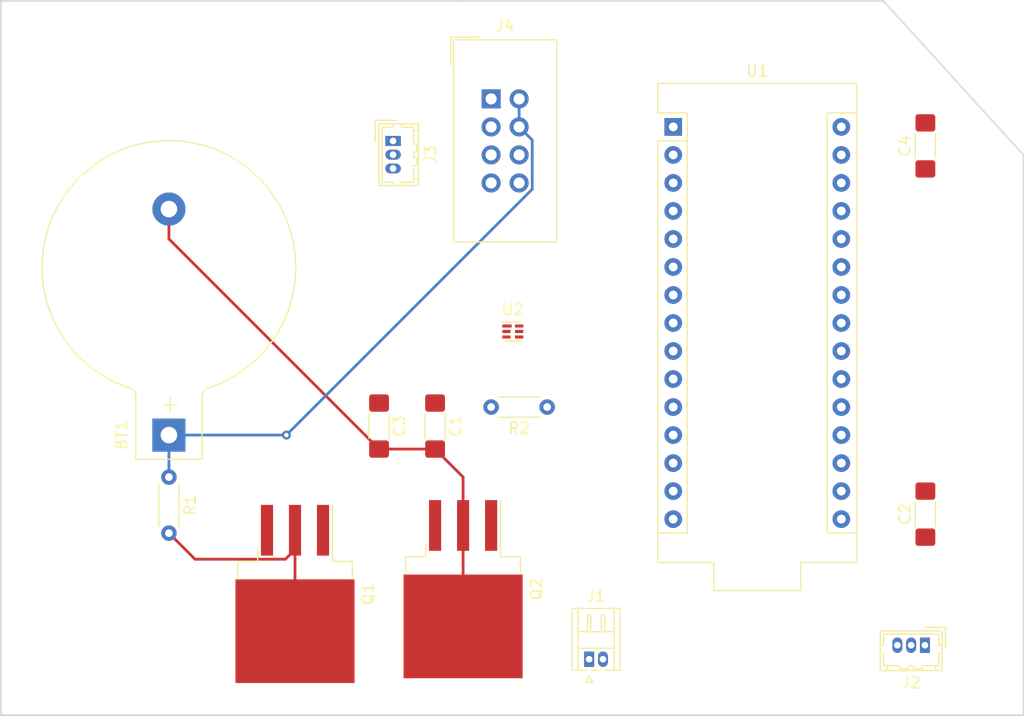
<source format=kicad_pcb>
(kicad_pcb (version 20171130) (host pcbnew "(5.0.0)")

  (general
    (thickness 1.6)
    (drawings 7)
    (tracks 20)
    (zones 0)
    (modules 15)
    (nets 40)
  )

  (page A4)
  (layers
    (0 F.Cu signal)
    (31 B.Cu signal)
    (32 B.Adhes user)
    (33 F.Adhes user)
    (34 B.Paste user)
    (35 F.Paste user)
    (36 B.SilkS user)
    (37 F.SilkS user)
    (38 B.Mask user)
    (39 F.Mask user)
    (40 Dwgs.User user)
    (41 Cmts.User user)
    (42 Eco1.User user)
    (43 Eco2.User user)
    (44 Edge.Cuts user)
    (45 Margin user)
    (46 B.CrtYd user)
    (47 F.CrtYd user)
    (48 B.Fab user)
    (49 F.Fab user)
  )

  (setup
    (last_trace_width 0.25)
    (trace_clearance 0.2)
    (zone_clearance 0.508)
    (zone_45_only no)
    (trace_min 0.2)
    (segment_width 0.2)
    (edge_width 0.15)
    (via_size 0.8)
    (via_drill 0.4)
    (via_min_size 0.4)
    (via_min_drill 0.3)
    (uvia_size 0.3)
    (uvia_drill 0.1)
    (uvias_allowed no)
    (uvia_min_size 0.2)
    (uvia_min_drill 0.1)
    (pcb_text_width 0.3)
    (pcb_text_size 1.5 1.5)
    (mod_edge_width 0.15)
    (mod_text_size 1 1)
    (mod_text_width 0.15)
    (pad_size 1.524 1.524)
    (pad_drill 0.762)
    (pad_to_mask_clearance 0.2)
    (aux_axis_origin 0 0)
    (visible_elements FFFFFF7F)
    (pcbplotparams
      (layerselection 0x010fc_ffffffff)
      (usegerberextensions false)
      (usegerberattributes false)
      (usegerberadvancedattributes false)
      (creategerberjobfile false)
      (excludeedgelayer true)
      (linewidth 0.100000)
      (plotframeref false)
      (viasonmask false)
      (mode 1)
      (useauxorigin false)
      (hpglpennumber 1)
      (hpglpenspeed 20)
      (hpglpendiameter 15.000000)
      (psnegative false)
      (psa4output false)
      (plotreference true)
      (plotvalue true)
      (plotinvisibletext false)
      (padsonsilk false)
      (subtractmaskfromsilk false)
      (outputformat 1)
      (mirror false)
      (drillshape 1)
      (scaleselection 1)
      (outputdirectory ""))
  )

  (net 0 "")
  (net 1 "Net-(U1-Pad18)")
  (net 2 "Net-(U1-Pad3)")
  (net 3 "Net-(U1-Pad19)")
  (net 4 "Net-(U1-Pad5)")
  (net 5 "Net-(U1-Pad21)")
  (net 6 "Net-(U1-Pad6)")
  (net 7 "Net-(U1-Pad22)")
  (net 8 "Net-(U1-Pad7)")
  (net 9 "Net-(U1-Pad23)")
  (net 10 "Net-(U1-Pad8)")
  (net 11 "Net-(U1-Pad24)")
  (net 12 "Net-(U1-Pad9)")
  (net 13 "Net-(U1-Pad25)")
  (net 14 "Net-(U1-Pad10)")
  (net 15 "Net-(U1-Pad26)")
  (net 16 "Net-(U1-Pad11)")
  (net 17 "Net-(U1-Pad27)")
  (net 18 "Net-(U1-Pad12)")
  (net 19 "Net-(U1-Pad28)")
  (net 20 "Net-(U1-Pad13)")
  (net 21 "Net-(U1-Pad14)")
  (net 22 "Net-(U1-Pad15)")
  (net 23 "Net-(U1-Pad16)")
  (net 24 Earth)
  (net 25 3v3)
  (net 26 "Net-(C1-Pad1)")
  (net 27 sIn_1)
  (net 28 sIn_2)
  (net 29 s)
  (net 30 gp2)
  (net 31 gp0)
  (net 32 rst)
  (net 33 txd)
  (net 34 rxd)
  (net 35 "Net-(Q1-Pad1)")
  (net 36 "Net-(Q1-Pad2)")
  (net 37 "Net-(Q1-Pad3)")
  (net 38 "Net-(Q2-Pad3)")
  (net 39 "Net-(U2-Pad1)")

  (net_class Default "This is the default net class."
    (clearance 0.2)
    (trace_width 0.25)
    (via_dia 0.8)
    (via_drill 0.4)
    (uvia_dia 0.3)
    (uvia_drill 0.1)
    (add_net 3v3)
    (add_net Earth)
    (add_net "Net-(C1-Pad1)")
    (add_net "Net-(Q1-Pad1)")
    (add_net "Net-(Q1-Pad2)")
    (add_net "Net-(Q1-Pad3)")
    (add_net "Net-(Q2-Pad3)")
    (add_net "Net-(U1-Pad10)")
    (add_net "Net-(U1-Pad11)")
    (add_net "Net-(U1-Pad12)")
    (add_net "Net-(U1-Pad13)")
    (add_net "Net-(U1-Pad14)")
    (add_net "Net-(U1-Pad15)")
    (add_net "Net-(U1-Pad16)")
    (add_net "Net-(U1-Pad18)")
    (add_net "Net-(U1-Pad19)")
    (add_net "Net-(U1-Pad21)")
    (add_net "Net-(U1-Pad22)")
    (add_net "Net-(U1-Pad23)")
    (add_net "Net-(U1-Pad24)")
    (add_net "Net-(U1-Pad25)")
    (add_net "Net-(U1-Pad26)")
    (add_net "Net-(U1-Pad27)")
    (add_net "Net-(U1-Pad28)")
    (add_net "Net-(U1-Pad3)")
    (add_net "Net-(U1-Pad5)")
    (add_net "Net-(U1-Pad6)")
    (add_net "Net-(U1-Pad7)")
    (add_net "Net-(U1-Pad8)")
    (add_net "Net-(U1-Pad9)")
    (add_net "Net-(U2-Pad1)")
    (add_net gp0)
    (add_net gp2)
    (add_net rst)
    (add_net rxd)
    (add_net s)
    (add_net sIn_1)
    (add_net sIn_2)
    (add_net txd)
  )

  (module Arduino:Arduino_Nano_Every (layer F.Cu) (tedit 5FA0E9AA) (tstamp 6426287F)
    (at 133.35 73.66)
    (descr "Arduino Nano Every")
    (tags "Arduino Nano Every")
    (path /6419DD67)
    (fp_text reference U1 (at 7.62 -5.08) (layer F.SilkS)
      (effects (font (size 1 1) (thickness 0.15)))
    )
    (fp_text value Arduino_Nano_Every (at 8.89 19.05 90) (layer F.Fab)
      (effects (font (size 1 1) (thickness 0.15)))
    )
    (fp_text user %R (at 6.35 19.05 90) (layer F.Fab)
      (effects (font (size 1 1) (thickness 0.15)))
    )
    (fp_line (start 1.27 1.27) (end 1.27 -1.27) (layer F.SilkS) (width 0.12))
    (fp_line (start 1.27 -1.27) (end -1.397 -1.27) (layer F.SilkS) (width 0.12))
    (fp_line (start -1.397 1.27) (end -1.397 39.497) (layer F.SilkS) (width 0.12))
    (fp_line (start -1.397 -3.937) (end -1.397 -1.27) (layer F.SilkS) (width 0.12))
    (fp_line (start 13.97 -1.27) (end 16.64 -1.27) (layer F.SilkS) (width 0.12))
    (fp_line (start 13.97 -1.27) (end 13.97 36.83) (layer F.SilkS) (width 0.12))
    (fp_line (start 13.97 36.83) (end 16.64 36.83) (layer F.SilkS) (width 0.12))
    (fp_line (start 1.27 1.27) (end -1.397 1.27) (layer F.SilkS) (width 0.12))
    (fp_line (start 1.27 1.27) (end 1.27 36.83) (layer F.SilkS) (width 0.12))
    (fp_line (start 1.27 36.83) (end -1.4 36.83) (layer F.SilkS) (width 0.12))
    (fp_line (start 3.81 35.56) (end 11.43 35.56) (layer F.Fab) (width 0.1))
    (fp_line (start 11.43 35.56) (end 11.43 41.91) (layer F.Fab) (width 0.1))
    (fp_line (start 11.43 41.91) (end 3.81 41.91) (layer F.Fab) (width 0.1))
    (fp_line (start 3.81 41.91) (end 3.81 35.56) (layer F.Fab) (width 0.1))
    (fp_line (start -1.397 39.497) (end 3.683 39.497) (layer F.SilkS) (width 0.12))
    (fp_line (start 16.637 39.497) (end 16.637 -3.937) (layer F.SilkS) (width 0.12))
    (fp_line (start 16.637 -3.937) (end -1.397 -3.937) (layer F.SilkS) (width 0.12))
    (fp_line (start 16.51 39.37) (end -1.27 39.37) (layer F.Fab) (width 0.1))
    (fp_line (start -1.27 39.37) (end -1.27 -2.54) (layer F.Fab) (width 0.1))
    (fp_line (start -1.27 -2.54) (end 0 -3.81) (layer F.Fab) (width 0.1))
    (fp_line (start 0 -3.81) (end 16.51 -3.81) (layer F.Fab) (width 0.1))
    (fp_line (start 16.51 -3.81) (end 16.51 39.37) (layer F.Fab) (width 0.1))
    (fp_line (start -1.524 -4.064) (end 16.764 -4.064) (layer F.CrtYd) (width 0.05))
    (fp_line (start -1.524 -4.064) (end -1.524 42.164) (layer F.CrtYd) (width 0.05))
    (fp_line (start 16.764 42.164) (end 16.764 -4.064) (layer F.CrtYd) (width 0.05))
    (fp_line (start 16.764 42.164) (end -1.524 42.164) (layer F.CrtYd) (width 0.05))
    (fp_line (start 3.683 42.037) (end 3.683 39.497) (layer F.SilkS) (width 0.12))
    (fp_line (start 11.557 39.497) (end 16.637 39.497) (layer F.SilkS) (width 0.12))
    (fp_line (start 11.557 42.037) (end 11.557 39.497) (layer F.SilkS) (width 0.12))
    (fp_line (start 3.683 42.037) (end 11.557 42.037) (layer F.SilkS) (width 0.12))
    (pad 1 thru_hole rect (at 0 0) (size 1.6 1.6) (drill 0.8) (layers *.Cu *.Mask)
      (net 33 txd))
    (pad 17 thru_hole oval (at 15.24 33.02) (size 1.6 1.6) (drill 0.8) (layers *.Cu *.Mask)
      (net 25 3v3))
    (pad 2 thru_hole oval (at 0 2.54) (size 1.6 1.6) (drill 0.8) (layers *.Cu *.Mask)
      (net 34 rxd))
    (pad 18 thru_hole oval (at 15.24 30.48) (size 1.6 1.6) (drill 0.8) (layers *.Cu *.Mask)
      (net 1 "Net-(U1-Pad18)"))
    (pad 3 thru_hole oval (at 0 5.08) (size 1.6 1.6) (drill 0.8) (layers *.Cu *.Mask)
      (net 2 "Net-(U1-Pad3)"))
    (pad 19 thru_hole oval (at 15.24 27.94) (size 1.6 1.6) (drill 0.8) (layers *.Cu *.Mask)
      (net 3 "Net-(U1-Pad19)"))
    (pad 4 thru_hole oval (at 0 7.62) (size 1.6 1.6) (drill 0.8) (layers *.Cu *.Mask)
      (net 24 Earth))
    (pad 20 thru_hole oval (at 15.24 25.4) (size 1.6 1.6) (drill 0.8) (layers *.Cu *.Mask)
      (net 29 s))
    (pad 5 thru_hole oval (at 0 10.16) (size 1.6 1.6) (drill 0.8) (layers *.Cu *.Mask)
      (net 4 "Net-(U1-Pad5)"))
    (pad 21 thru_hole oval (at 15.24 22.86) (size 1.6 1.6) (drill 0.8) (layers *.Cu *.Mask)
      (net 5 "Net-(U1-Pad21)"))
    (pad 6 thru_hole oval (at 0 12.7) (size 1.6 1.6) (drill 0.8) (layers *.Cu *.Mask)
      (net 6 "Net-(U1-Pad6)"))
    (pad 22 thru_hole oval (at 15.24 20.32) (size 1.6 1.6) (drill 0.8) (layers *.Cu *.Mask)
      (net 7 "Net-(U1-Pad22)"))
    (pad 7 thru_hole oval (at 0 15.24) (size 1.6 1.6) (drill 0.8) (layers *.Cu *.Mask)
      (net 8 "Net-(U1-Pad7)"))
    (pad 23 thru_hole oval (at 15.24 17.78) (size 1.6 1.6) (drill 0.8) (layers *.Cu *.Mask)
      (net 9 "Net-(U1-Pad23)"))
    (pad 8 thru_hole oval (at 0 17.78) (size 1.6 1.6) (drill 0.8) (layers *.Cu *.Mask)
      (net 10 "Net-(U1-Pad8)"))
    (pad 24 thru_hole oval (at 15.24 15.24) (size 1.6 1.6) (drill 0.8) (layers *.Cu *.Mask)
      (net 11 "Net-(U1-Pad24)"))
    (pad 9 thru_hole oval (at 0 20.32) (size 1.6 1.6) (drill 0.8) (layers *.Cu *.Mask)
      (net 12 "Net-(U1-Pad9)"))
    (pad 25 thru_hole oval (at 15.24 12.7) (size 1.6 1.6) (drill 0.8) (layers *.Cu *.Mask)
      (net 13 "Net-(U1-Pad25)"))
    (pad 10 thru_hole oval (at 0 22.86) (size 1.6 1.6) (drill 0.8) (layers *.Cu *.Mask)
      (net 14 "Net-(U1-Pad10)"))
    (pad 26 thru_hole oval (at 15.24 10.16) (size 1.6 1.6) (drill 0.8) (layers *.Cu *.Mask)
      (net 15 "Net-(U1-Pad26)"))
    (pad 11 thru_hole oval (at 0 25.4) (size 1.6 1.6) (drill 0.8) (layers *.Cu *.Mask)
      (net 16 "Net-(U1-Pad11)"))
    (pad 27 thru_hole oval (at 15.24 7.62) (size 1.6 1.6) (drill 0.8) (layers *.Cu *.Mask)
      (net 17 "Net-(U1-Pad27)"))
    (pad 12 thru_hole oval (at 0 27.94) (size 1.6 1.6) (drill 0.8) (layers *.Cu *.Mask)
      (net 18 "Net-(U1-Pad12)"))
    (pad 28 thru_hole oval (at 15.24 5.08) (size 1.6 1.6) (drill 0.8) (layers *.Cu *.Mask)
      (net 19 "Net-(U1-Pad28)"))
    (pad 13 thru_hole oval (at 0 30.48) (size 1.6 1.6) (drill 0.8) (layers *.Cu *.Mask)
      (net 20 "Net-(U1-Pad13)"))
    (pad 29 thru_hole oval (at 15.24 2.54) (size 1.6 1.6) (drill 0.8) (layers *.Cu *.Mask)
      (net 24 Earth))
    (pad 14 thru_hole oval (at 0 33.02) (size 1.6 1.6) (drill 0.8) (layers *.Cu *.Mask)
      (net 21 "Net-(U1-Pad14)"))
    (pad 30 thru_hole oval (at 15.24 0) (size 1.6 1.6) (drill 0.8) (layers *.Cu *.Mask)
      (net 25 3v3))
    (pad 15 thru_hole oval (at 0 35.56) (size 1.6 1.6) (drill 0.8) (layers *.Cu *.Mask)
      (net 22 "Net-(U1-Pad15)"))
    (pad 16 thru_hole oval (at 15.24 35.56) (size 1.6 1.6) (drill 0.8) (layers *.Cu *.Mask)
      (net 23 "Net-(U1-Pad16)"))
    (model ${KISYS3DMOD}/Module.3dshapes/Arduino_Nano_WithMountingHoles.wrl
      (at (xyz 0 0 0))
      (scale (xyz 1 1 1))
      (rotate (xyz 0 0 0))
    )
    (model ${LOCALREPO}/kicad-lib-arduino/Arduino.3dshapes/arduino_nano_every.x3d
      (at (xyz 0 0 0))
      (scale (xyz 1 1 1))
      (rotate (xyz 0 0 0))
    )
    (model ${KICAD_TEMPLATE_DIR}/kicad-lib-arduino-main/Arduino.3dshapes/arduino_nano_every.x3d
      (at (xyz 0 0 0))
      (scale (xyz 1 1 1))
      (rotate (xyz 0 0 0))
    )
  )

  (module Battery:BatteryHolder_Keystone_103_1x20mm (layer F.Cu) (tedit 5787C32C) (tstamp 64262DF4)
    (at 87.63 101.6 90)
    (descr http://www.keyelco.com/product-pdf.cfm?p=719)
    (tags "Keystone type 103 battery holder")
    (path /6419E29A)
    (fp_text reference BT1 (at 0 -4.3 90) (layer F.SilkS)
      (effects (font (size 1 1) (thickness 0.15)))
    )
    (fp_text value Battery_Cell (at 15 13 90) (layer F.Fab)
      (effects (font (size 1 1) (thickness 0.15)))
    )
    (fp_text user + (at 2.75 0 90) (layer F.SilkS)
      (effects (font (size 1.5 1.5) (thickness 0.15)))
    )
    (fp_text user %R (at 0 0 90) (layer F.Fab)
      (effects (font (size 1 1) (thickness 0.15)))
    )
    (fp_arc (start 15.2 0) (end 4.01 3.6) (angle -162.5) (layer F.CrtYd) (width 0.05))
    (fp_arc (start 15.2 0) (end 4.01 -3.6) (angle 162.5) (layer F.CrtYd) (width 0.05))
    (fp_arc (start 3.5 3.8) (end 3.5 3.25) (angle 70) (layer F.CrtYd) (width 0.05))
    (fp_arc (start 3.5 -3.8) (end 3.5 -3.25) (angle -70) (layer F.CrtYd) (width 0.05))
    (fp_arc (start 15.2 0) (end 4.25 3.5) (angle -162.5) (layer F.SilkS) (width 0.12))
    (fp_arc (start 3.5 3.8) (end 3.5 3) (angle 70) (layer F.SilkS) (width 0.12))
    (fp_arc (start 15.2 0) (end 4.25 -3.5) (angle 162.5) (layer F.SilkS) (width 0.12))
    (fp_arc (start 3.5 -3.8) (end 3.5 -3) (angle -70) (layer F.SilkS) (width 0.12))
    (fp_arc (start 3.5 3.8) (end 3.5 2.9) (angle 70) (layer F.Fab) (width 0.1))
    (fp_arc (start 15.2 0) (end 4.35 3.5) (angle -162.5) (layer F.Fab) (width 0.1))
    (fp_arc (start 15.2 0) (end 4.35 -3.5) (angle 162.5) (layer F.Fab) (width 0.1))
    (fp_arc (start 15.2 0) (end 5.2 1.3) (angle -180) (layer F.Fab) (width 0.1))
    (fp_line (start -2.45 -3.25) (end 3.5 -3.25) (layer F.CrtYd) (width 0.05))
    (fp_line (start -2.45 3.25) (end 3.5 3.25) (layer F.CrtYd) (width 0.05))
    (fp_line (start -2.45 3.25) (end -2.45 -3.25) (layer F.CrtYd) (width 0.05))
    (fp_line (start -2.2 -3) (end 3.5 -3) (layer F.SilkS) (width 0.12))
    (fp_line (start -2.2 3) (end -2.2 -3) (layer F.SilkS) (width 0.12))
    (fp_line (start -2.2 3) (end 3.5 3) (layer F.SilkS) (width 0.12))
    (fp_arc (start 15.2 0) (end 9 1.3) (angle -170) (layer F.Fab) (width 0.1))
    (fp_arc (start 15.2 0) (end 13.3 1.3) (angle -150) (layer F.Fab) (width 0.1))
    (fp_line (start 23.5712 7.7216) (end 22.6568 6.8834) (layer F.Fab) (width 0.1))
    (fp_line (start 23.5712 -7.7216) (end 22.6314 -6.858) (layer F.Fab) (width 0.1))
    (fp_arc (start 15.2 0) (end 13.3 -1.3) (angle 150) (layer F.Fab) (width 0.1))
    (fp_arc (start 15.2 0) (end 9 -1.3) (angle 170) (layer F.Fab) (width 0.1))
    (fp_arc (start 15.2 0) (end 5.2 -1.3) (angle 180) (layer F.Fab) (width 0.1))
    (fp_line (start 3.5306 -2.9) (end -1.7 -2.9) (layer F.Fab) (width 0.1))
    (fp_line (start -1.7 2.9) (end 3.5306 2.9) (layer F.Fab) (width 0.1))
    (fp_line (start -2.1 -2.5) (end -2.1 2.5) (layer F.Fab) (width 0.1))
    (fp_line (start 0 1.3) (end 16.2 1.3) (layer F.Fab) (width 0.1))
    (fp_line (start 16.2 -1.3) (end 0 -1.3) (layer F.Fab) (width 0.1))
    (fp_arc (start 3.5 -3.8) (end 3.5 -2.9) (angle -70) (layer F.Fab) (width 0.1))
    (fp_arc (start 16.2 0) (end 16.2 -1.3) (angle 180) (layer F.Fab) (width 0.1))
    (fp_line (start 0 -1.3) (end 0 1.3) (layer F.Fab) (width 0.1))
    (fp_arc (start -1.7 2.5) (end -2.1 2.5) (angle -90) (layer F.Fab) (width 0.1))
    (fp_arc (start -1.7 -2.5) (end -2.1 -2.5) (angle 90) (layer F.Fab) (width 0.1))
    (pad 2 thru_hole circle (at 20.49 0 90) (size 3 3) (drill 1.5) (layers *.Cu *.Mask)
      (net 24 Earth))
    (pad 1 thru_hole rect (at 0 0 90) (size 3 3) (drill 1.5) (layers *.Cu *.Mask)
      (net 25 3v3))
    (model ${KISYS3DMOD}/Battery.3dshapes/BatteryHolder_Keystone_103_1x20mm.wrl
      (at (xyz 0 0 0))
      (scale (xyz 1 1 1))
      (rotate (xyz 0 0 0))
    )
  )

  (module Capacitor_SMD:C_1806_4516Metric_Pad1.57x1.80mm_HandSolder (layer F.Cu) (tedit 5B301BBE) (tstamp 64262E05)
    (at 111.76 100.7825 270)
    (descr "Capacitor SMD 1806 (4516 Metric), square (rectangular) end terminal, IPC_7351 nominal with elongated pad for handsoldering. (Body size source: https://www.modelithics.com/models/Vendor/MuRata/BLM41P.pdf), generated with kicad-footprint-generator")
    (tags "capacitor handsolder")
    (path /6419EE34)
    (attr smd)
    (fp_text reference C1 (at 0 -1.85 270) (layer F.SilkS)
      (effects (font (size 1 1) (thickness 0.15)))
    )
    (fp_text value 0u1 (at 0 1.85 270) (layer F.Fab)
      (effects (font (size 1 1) (thickness 0.15)))
    )
    (fp_line (start -2.25 0.8) (end -2.25 -0.8) (layer F.Fab) (width 0.1))
    (fp_line (start -2.25 -0.8) (end 2.25 -0.8) (layer F.Fab) (width 0.1))
    (fp_line (start 2.25 -0.8) (end 2.25 0.8) (layer F.Fab) (width 0.1))
    (fp_line (start 2.25 0.8) (end -2.25 0.8) (layer F.Fab) (width 0.1))
    (fp_line (start -1.111252 -0.91) (end 1.111252 -0.91) (layer F.SilkS) (width 0.12))
    (fp_line (start -1.111252 0.91) (end 1.111252 0.91) (layer F.SilkS) (width 0.12))
    (fp_line (start -3.12 1.15) (end -3.12 -1.15) (layer F.CrtYd) (width 0.05))
    (fp_line (start -3.12 -1.15) (end 3.12 -1.15) (layer F.CrtYd) (width 0.05))
    (fp_line (start 3.12 -1.15) (end 3.12 1.15) (layer F.CrtYd) (width 0.05))
    (fp_line (start 3.12 1.15) (end -3.12 1.15) (layer F.CrtYd) (width 0.05))
    (fp_text user %R (at 0 0 270) (layer F.Fab)
      (effects (font (size 1 1) (thickness 0.15)))
    )
    (pad 1 smd roundrect (at -2.0875 0 270) (size 1.575 1.8) (layers F.Cu F.Paste F.Mask) (roundrect_rratio 0.15873)
      (net 26 "Net-(C1-Pad1)"))
    (pad 2 smd roundrect (at 2.0875 0 270) (size 1.575 1.8) (layers F.Cu F.Paste F.Mask) (roundrect_rratio 0.15873)
      (net 24 Earth))
    (model ${KISYS3DMOD}/Capacitor_SMD.3dshapes/C_1806_4516Metric.wrl
      (at (xyz 0 0 0))
      (scale (xyz 1 1 1))
      (rotate (xyz 0 0 0))
    )
  )

  (module Capacitor_SMD:C_1806_4516Metric_Pad1.57x1.80mm_HandSolder (layer F.Cu) (tedit 5B301BBE) (tstamp 64262E16)
    (at 156.21 108.7675 90)
    (descr "Capacitor SMD 1806 (4516 Metric), square (rectangular) end terminal, IPC_7351 nominal with elongated pad for handsoldering. (Body size source: https://www.modelithics.com/models/Vendor/MuRata/BLM41P.pdf), generated with kicad-footprint-generator")
    (tags "capacitor handsolder")
    (path /641A26AE)
    (attr smd)
    (fp_text reference C2 (at 0 -1.85 90) (layer F.SilkS)
      (effects (font (size 1 1) (thickness 0.15)))
    )
    (fp_text value 0u1 (at 0 1.85 90) (layer F.Fab)
      (effects (font (size 1 1) (thickness 0.15)))
    )
    (fp_line (start -2.25 0.8) (end -2.25 -0.8) (layer F.Fab) (width 0.1))
    (fp_line (start -2.25 -0.8) (end 2.25 -0.8) (layer F.Fab) (width 0.1))
    (fp_line (start 2.25 -0.8) (end 2.25 0.8) (layer F.Fab) (width 0.1))
    (fp_line (start 2.25 0.8) (end -2.25 0.8) (layer F.Fab) (width 0.1))
    (fp_line (start -1.111252 -0.91) (end 1.111252 -0.91) (layer F.SilkS) (width 0.12))
    (fp_line (start -1.111252 0.91) (end 1.111252 0.91) (layer F.SilkS) (width 0.12))
    (fp_line (start -3.12 1.15) (end -3.12 -1.15) (layer F.CrtYd) (width 0.05))
    (fp_line (start -3.12 -1.15) (end 3.12 -1.15) (layer F.CrtYd) (width 0.05))
    (fp_line (start 3.12 -1.15) (end 3.12 1.15) (layer F.CrtYd) (width 0.05))
    (fp_line (start 3.12 1.15) (end -3.12 1.15) (layer F.CrtYd) (width 0.05))
    (fp_text user %R (at 0 0 90) (layer F.Fab)
      (effects (font (size 1 1) (thickness 0.15)))
    )
    (pad 1 smd roundrect (at -2.0875 0 90) (size 1.575 1.8) (layers F.Cu F.Paste F.Mask) (roundrect_rratio 0.15873)
      (net 24 Earth))
    (pad 2 smd roundrect (at 2.0875 0 90) (size 1.575 1.8) (layers F.Cu F.Paste F.Mask) (roundrect_rratio 0.15873)
      (net 25 3v3))
    (model ${KISYS3DMOD}/Capacitor_SMD.3dshapes/C_1806_4516Metric.wrl
      (at (xyz 0 0 0))
      (scale (xyz 1 1 1))
      (rotate (xyz 0 0 0))
    )
  )

  (module Capacitor_SMD:C_1806_4516Metric_Pad1.57x1.80mm_HandSolder (layer F.Cu) (tedit 5B301BBE) (tstamp 64262E27)
    (at 106.68 100.7825 270)
    (descr "Capacitor SMD 1806 (4516 Metric), square (rectangular) end terminal, IPC_7351 nominal with elongated pad for handsoldering. (Body size source: https://www.modelithics.com/models/Vendor/MuRata/BLM41P.pdf), generated with kicad-footprint-generator")
    (tags "capacitor handsolder")
    (path /641A1EAA)
    (attr smd)
    (fp_text reference C3 (at 0 -1.85 270) (layer F.SilkS)
      (effects (font (size 1 1) (thickness 0.15)))
    )
    (fp_text value 0u1 (at 0 1.85 270) (layer F.Fab)
      (effects (font (size 1 1) (thickness 0.15)))
    )
    (fp_text user %R (at 0 0 270) (layer F.Fab)
      (effects (font (size 1 1) (thickness 0.15)))
    )
    (fp_line (start 3.12 1.15) (end -3.12 1.15) (layer F.CrtYd) (width 0.05))
    (fp_line (start 3.12 -1.15) (end 3.12 1.15) (layer F.CrtYd) (width 0.05))
    (fp_line (start -3.12 -1.15) (end 3.12 -1.15) (layer F.CrtYd) (width 0.05))
    (fp_line (start -3.12 1.15) (end -3.12 -1.15) (layer F.CrtYd) (width 0.05))
    (fp_line (start -1.111252 0.91) (end 1.111252 0.91) (layer F.SilkS) (width 0.12))
    (fp_line (start -1.111252 -0.91) (end 1.111252 -0.91) (layer F.SilkS) (width 0.12))
    (fp_line (start 2.25 0.8) (end -2.25 0.8) (layer F.Fab) (width 0.1))
    (fp_line (start 2.25 -0.8) (end 2.25 0.8) (layer F.Fab) (width 0.1))
    (fp_line (start -2.25 -0.8) (end 2.25 -0.8) (layer F.Fab) (width 0.1))
    (fp_line (start -2.25 0.8) (end -2.25 -0.8) (layer F.Fab) (width 0.1))
    (pad 2 smd roundrect (at 2.0875 0 270) (size 1.575 1.8) (layers F.Cu F.Paste F.Mask) (roundrect_rratio 0.15873)
      (net 24 Earth))
    (pad 1 smd roundrect (at -2.0875 0 270) (size 1.575 1.8) (layers F.Cu F.Paste F.Mask) (roundrect_rratio 0.15873)
      (net 25 3v3))
    (model ${KISYS3DMOD}/Capacitor_SMD.3dshapes/C_1806_4516Metric.wrl
      (at (xyz 0 0 0))
      (scale (xyz 1 1 1))
      (rotate (xyz 0 0 0))
    )
  )

  (module Capacitor_SMD:C_1806_4516Metric_Pad1.57x1.80mm_HandSolder (layer F.Cu) (tedit 5B301BBE) (tstamp 64262E38)
    (at 156.21 75.3825 90)
    (descr "Capacitor SMD 1806 (4516 Metric), square (rectangular) end terminal, IPC_7351 nominal with elongated pad for handsoldering. (Body size source: https://www.modelithics.com/models/Vendor/MuRata/BLM41P.pdf), generated with kicad-footprint-generator")
    (tags "capacitor handsolder")
    (path /641A2BA6)
    (attr smd)
    (fp_text reference C4 (at 0 -1.85 90) (layer F.SilkS)
      (effects (font (size 1 1) (thickness 0.15)))
    )
    (fp_text value 0u1 (at 0 1.85 90) (layer F.Fab)
      (effects (font (size 1 1) (thickness 0.15)))
    )
    (fp_text user %R (at 0 0 90) (layer F.Fab)
      (effects (font (size 1 1) (thickness 0.15)))
    )
    (fp_line (start 3.12 1.15) (end -3.12 1.15) (layer F.CrtYd) (width 0.05))
    (fp_line (start 3.12 -1.15) (end 3.12 1.15) (layer F.CrtYd) (width 0.05))
    (fp_line (start -3.12 -1.15) (end 3.12 -1.15) (layer F.CrtYd) (width 0.05))
    (fp_line (start -3.12 1.15) (end -3.12 -1.15) (layer F.CrtYd) (width 0.05))
    (fp_line (start -1.111252 0.91) (end 1.111252 0.91) (layer F.SilkS) (width 0.12))
    (fp_line (start -1.111252 -0.91) (end 1.111252 -0.91) (layer F.SilkS) (width 0.12))
    (fp_line (start 2.25 0.8) (end -2.25 0.8) (layer F.Fab) (width 0.1))
    (fp_line (start 2.25 -0.8) (end 2.25 0.8) (layer F.Fab) (width 0.1))
    (fp_line (start -2.25 -0.8) (end 2.25 -0.8) (layer F.Fab) (width 0.1))
    (fp_line (start -2.25 0.8) (end -2.25 -0.8) (layer F.Fab) (width 0.1))
    (pad 2 smd roundrect (at 2.0875 0 90) (size 1.575 1.8) (layers F.Cu F.Paste F.Mask) (roundrect_rratio 0.15873)
      (net 25 3v3))
    (pad 1 smd roundrect (at -2.0875 0 90) (size 1.575 1.8) (layers F.Cu F.Paste F.Mask) (roundrect_rratio 0.15873)
      (net 24 Earth))
    (model ${KISYS3DMOD}/Capacitor_SMD.3dshapes/C_1806_4516Metric.wrl
      (at (xyz 0 0 0))
      (scale (xyz 1 1 1))
      (rotate (xyz 0 0 0))
    )
  )

  (module Connector_Hirose:Hirose_DF13-02P-1.25DS_1x02_P1.25mm_Horizontal (layer F.Cu) (tedit 5A1C63E0) (tstamp 64262E66)
    (at 125.73 121.92)
    (descr "Molex DF13 through hole, DF13-02P-1.25DS, 2 Pins per row (https://www.hirose.com/product/en/products/DF13/DF13-4P-1.25DS%2820%29/), generated with kicad-footprint-generator")
    (tags "connector Hirose  top entry")
    (path /641A1B05)
    (fp_text reference J1 (at 0.62 -5.7) (layer F.SilkS)
      (effects (font (size 1 1) (thickness 0.15)))
    )
    (fp_text value Conn_01x02 (at 0.62 2.1) (layer F.Fab)
      (effects (font (size 1 1) (thickness 0.15)))
    )
    (fp_line (start -1.45 -4.5) (end -1.45 0.9) (layer F.Fab) (width 0.1))
    (fp_line (start -1.45 0.9) (end 2.7 0.9) (layer F.Fab) (width 0.1))
    (fp_line (start 2.7 0.9) (end 2.7 -4.5) (layer F.Fab) (width 0.1))
    (fp_line (start 2.7 -4.5) (end -1.45 -4.5) (layer F.Fab) (width 0.1))
    (fp_line (start -0.25 0.96) (end -0.25 1.01) (layer F.SilkS) (width 0.12))
    (fp_line (start -0.25 1.01) (end -1.56 1.01) (layer F.SilkS) (width 0.12))
    (fp_line (start -1.56 1.01) (end -1.56 -4.61) (layer F.SilkS) (width 0.12))
    (fp_line (start -1.56 -4.61) (end 2.81 -4.61) (layer F.SilkS) (width 0.12))
    (fp_line (start 2.81 -4.61) (end 2.81 1.01) (layer F.SilkS) (width 0.12))
    (fp_line (start 2.81 1.01) (end 1.5 1.01) (layer F.SilkS) (width 0.12))
    (fp_line (start 1.5 1.01) (end 1.5 0.96) (layer F.SilkS) (width 0.12))
    (fp_line (start -1.01 -2.5) (end 2.26 -2.5) (layer F.SilkS) (width 0.12))
    (fp_line (start -1.01 -1) (end 2.26 -1) (layer F.SilkS) (width 0.12))
    (fp_line (start -1.01 -4.61) (end -1.01 1.01) (layer F.SilkS) (width 0.12))
    (fp_line (start 2.26 -4.61) (end 2.26 1.01) (layer F.SilkS) (width 0.12))
    (fp_line (start 0 -2.5) (end -0.15 -2.5) (layer F.SilkS) (width 0.12))
    (fp_line (start -0.15 -2.5) (end -0.15 -3.9625) (layer F.SilkS) (width 0.12))
    (fp_line (start -0.15 -3.9625) (end 0 -4) (layer F.SilkS) (width 0.12))
    (fp_line (start 0 -4) (end 0.15 -3.9625) (layer F.SilkS) (width 0.12))
    (fp_line (start 0.15 -3.9625) (end 0.15 -2.5) (layer F.SilkS) (width 0.12))
    (fp_line (start 0.15 -2.5) (end 0 -2.5) (layer F.SilkS) (width 0.12))
    (fp_line (start 1.25 -2.5) (end 1.1 -2.5) (layer F.SilkS) (width 0.12))
    (fp_line (start 1.1 -2.5) (end 1.1 -3.9625) (layer F.SilkS) (width 0.12))
    (fp_line (start 1.1 -3.9625) (end 1.25 -4) (layer F.SilkS) (width 0.12))
    (fp_line (start 1.25 -4) (end 1.4 -3.9625) (layer F.SilkS) (width 0.12))
    (fp_line (start 1.4 -3.9625) (end 1.4 -2.5) (layer F.SilkS) (width 0.12))
    (fp_line (start 1.4 -2.5) (end 1.25 -2.5) (layer F.SilkS) (width 0.12))
    (fp_line (start 0.25 0.96) (end 0.25 1.01) (layer F.SilkS) (width 0.12))
    (fp_line (start 0.25 1.01) (end 1 1.01) (layer F.SilkS) (width 0.12))
    (fp_line (start 1 1.01) (end 1 0.96) (layer F.SilkS) (width 0.12))
    (fp_line (start 0 1.5) (end -0.3 2.1) (layer F.SilkS) (width 0.12))
    (fp_line (start -0.3 2.1) (end 0.3 2.1) (layer F.SilkS) (width 0.12))
    (fp_line (start 0.3 2.1) (end 0 1.5) (layer F.SilkS) (width 0.12))
    (fp_line (start -0.5 0.9) (end 0 0.192893) (layer F.Fab) (width 0.1))
    (fp_line (start 0 0.192893) (end 0.5 0.9) (layer F.Fab) (width 0.1))
    (fp_line (start -1.95 -5) (end -1.95 1.4) (layer F.CrtYd) (width 0.05))
    (fp_line (start -1.95 1.4) (end 3.2 1.4) (layer F.CrtYd) (width 0.05))
    (fp_line (start 3.2 1.4) (end 3.2 -5) (layer F.CrtYd) (width 0.05))
    (fp_line (start 3.2 -5) (end -1.95 -5) (layer F.CrtYd) (width 0.05))
    (fp_text user %R (at 0.62 -3.8) (layer F.Fab)
      (effects (font (size 1 1) (thickness 0.15)))
    )
    (pad 1 thru_hole rect (at 0 0) (size 0.9 1.4) (drill 0.6) (layers *.Cu *.Mask)
      (net 27 sIn_1))
    (pad 2 thru_hole oval (at 1.25 0) (size 0.9 1.4) (drill 0.6) (layers *.Cu *.Mask)
      (net 28 sIn_2))
    (model ${KISYS3DMOD}/Connector_Hirose.3dshapes/Hirose_DF13-02P-1.25DS_1x02_P1.25mm_Horizontal.wrl
      (at (xyz 0 0 0))
      (scale (xyz 1 1 1))
      (rotate (xyz 0 0 0))
    )
  )

  (module Connector_Hirose:Hirose_DF13-03P-1.25DSA_1x03_P1.25mm_Vertical (layer F.Cu) (tedit 5A1C63DE) (tstamp 642634DC)
    (at 156.17 120.65 180)
    (descr "Molex DF13 through hole, DF13-03P-1.25DSA, 3 Pins per row (https://www.hirose.com/product/en/products/DF13/DF13-2P-1.25DSA%2850%29/), generated with kicad-footprint-generator")
    (tags "connector Hirose  side entry")
    (path /6419E042)
    (fp_text reference J2 (at 1.25 -3.4 180) (layer F.SilkS)
      (effects (font (size 1 1) (thickness 0.15)))
    )
    (fp_text value Conn_01x03_MountingPin (at 1.25 2.4 180) (layer F.Fab)
      (effects (font (size 1 1) (thickness 0.15)))
    )
    (fp_line (start -1.45 -2.2) (end -1.45 1.2) (layer F.Fab) (width 0.1))
    (fp_line (start -1.45 1.2) (end 3.95 1.2) (layer F.Fab) (width 0.1))
    (fp_line (start 3.95 1.2) (end 3.95 -2.2) (layer F.Fab) (width 0.1))
    (fp_line (start 3.95 -2.2) (end -1.45 -2.2) (layer F.Fab) (width 0.1))
    (fp_line (start -1.55 -2.3) (end -1.55 1.3) (layer F.SilkS) (width 0.12))
    (fp_line (start -1.55 1.3) (end 4.05 1.3) (layer F.SilkS) (width 0.12))
    (fp_line (start 4.05 1.3) (end 4.05 -2.3) (layer F.SilkS) (width 0.12))
    (fp_line (start 4.05 -2.3) (end -1.55 -2.3) (layer F.SilkS) (width 0.12))
    (fp_line (start -1.86 -0.3) (end -1.86 1.61) (layer F.SilkS) (width 0.12))
    (fp_line (start -1.86 1.61) (end 0.05 1.61) (layer F.SilkS) (width 0.12))
    (fp_line (start -0.5 1.2) (end 0 0.492893) (layer F.Fab) (width 0.1))
    (fp_line (start 0 0.492893) (end 0.5 1.2) (layer F.Fab) (width 0.1))
    (fp_line (start -1.55 0) (end -1.25 0) (layer F.SilkS) (width 0.12))
    (fp_line (start -1.25 0) (end -1.25 1) (layer F.SilkS) (width 0.12))
    (fp_line (start -1.25 1) (end 3.75 1) (layer F.SilkS) (width 0.12))
    (fp_line (start 3.75 1) (end 3.75 0) (layer F.SilkS) (width 0.12))
    (fp_line (start 3.75 0) (end 4.05 0) (layer F.SilkS) (width 0.12))
    (fp_line (start -1.55 -0.75) (end -1.25 -0.75) (layer F.SilkS) (width 0.12))
    (fp_line (start -1.25 -0.75) (end -1.25 -1.85) (layer F.SilkS) (width 0.12))
    (fp_line (start -1.25 -1.85) (end -0.95 -1.85) (layer F.SilkS) (width 0.12))
    (fp_line (start -0.95 -1.85) (end -0.95 -2.3) (layer F.SilkS) (width 0.12))
    (fp_line (start 4.05 -0.75) (end 3.75 -0.75) (layer F.SilkS) (width 0.12))
    (fp_line (start 3.75 -0.75) (end 3.75 -1.85) (layer F.SilkS) (width 0.12))
    (fp_line (start 3.75 -1.85) (end 3.45 -1.85) (layer F.SilkS) (width 0.12))
    (fp_line (start 3.45 -1.85) (end 3.45 -2.3) (layer F.SilkS) (width 0.12))
    (fp_line (start -0.95 -1.85) (end 0.25 -1.85) (layer F.SilkS) (width 0.12))
    (fp_line (start 0.25 -1.85) (end 0.25 -2.15) (layer F.SilkS) (width 0.12))
    (fp_line (start 0.25 -2.15) (end 1 -2.15) (layer F.SilkS) (width 0.12))
    (fp_line (start 1 -2.15) (end 1 -1.85) (layer F.SilkS) (width 0.12))
    (fp_line (start 1 -1.85) (end 1.5 -1.85) (layer F.SilkS) (width 0.12))
    (fp_line (start 1.5 -1.85) (end 1.5 -2.15) (layer F.SilkS) (width 0.12))
    (fp_line (start 1.5 -2.15) (end 2.25 -2.15) (layer F.SilkS) (width 0.12))
    (fp_line (start 2.25 -2.15) (end 2.25 -1.85) (layer F.SilkS) (width 0.12))
    (fp_line (start 2.25 -1.85) (end 3.45 -1.85) (layer F.SilkS) (width 0.12))
    (fp_line (start -1.95 -2.7) (end -1.95 1.7) (layer F.CrtYd) (width 0.05))
    (fp_line (start -1.95 1.7) (end 4.45 1.7) (layer F.CrtYd) (width 0.05))
    (fp_line (start 4.45 1.7) (end 4.45 -2.7) (layer F.CrtYd) (width 0.05))
    (fp_line (start 4.45 -2.7) (end -1.95 -2.7) (layer F.CrtYd) (width 0.05))
    (fp_text user %R (at 1.25 -1.5 180) (layer F.Fab)
      (effects (font (size 1 1) (thickness 0.15)))
    )
    (pad 1 thru_hole rect (at 0 0 180) (size 0.9 1.4) (drill 0.6) (layers *.Cu *.Mask)
      (net 29 s))
    (pad 2 thru_hole oval (at 1.25 0 180) (size 0.9 1.4) (drill 0.6) (layers *.Cu *.Mask)
      (net 25 3v3))
    (pad 3 thru_hole oval (at 2.5 0 180) (size 0.9 1.4) (drill 0.6) (layers *.Cu *.Mask)
      (net 24 Earth))
    (model ${KISYS3DMOD}/Connector_Hirose.3dshapes/Hirose_DF13-03P-1.25DSA_1x03_P1.25mm_Vertical.wrl
      (at (xyz 0 0 0))
      (scale (xyz 1 1 1))
      (rotate (xyz 0 0 0))
    )
  )

  (module Connector_Hirose:Hirose_DF13-03P-1.25DSA_1x03_P1.25mm_Vertical (layer F.Cu) (tedit 5A1C63DE) (tstamp 64263619)
    (at 107.95 74.93 270)
    (descr "Molex DF13 through hole, DF13-03P-1.25DSA, 3 Pins per row (https://www.hirose.com/product/en/products/DF13/DF13-2P-1.25DSA%2850%29/), generated with kicad-footprint-generator")
    (tags "connector Hirose  side entry")
    (path /641A353D)
    (fp_text reference J3 (at 1.25 -3.4 270) (layer F.SilkS)
      (effects (font (size 1 1) (thickness 0.15)))
    )
    (fp_text value Conn_01x03 (at 1.25 2.4 270) (layer F.Fab)
      (effects (font (size 1 1) (thickness 0.15)))
    )
    (fp_text user %R (at 1.25 -1.5 270) (layer F.Fab)
      (effects (font (size 1 1) (thickness 0.15)))
    )
    (fp_line (start 4.45 -2.7) (end -1.95 -2.7) (layer F.CrtYd) (width 0.05))
    (fp_line (start 4.45 1.7) (end 4.45 -2.7) (layer F.CrtYd) (width 0.05))
    (fp_line (start -1.95 1.7) (end 4.45 1.7) (layer F.CrtYd) (width 0.05))
    (fp_line (start -1.95 -2.7) (end -1.95 1.7) (layer F.CrtYd) (width 0.05))
    (fp_line (start 2.25 -1.85) (end 3.45 -1.85) (layer F.SilkS) (width 0.12))
    (fp_line (start 2.25 -2.15) (end 2.25 -1.85) (layer F.SilkS) (width 0.12))
    (fp_line (start 1.5 -2.15) (end 2.25 -2.15) (layer F.SilkS) (width 0.12))
    (fp_line (start 1.5 -1.85) (end 1.5 -2.15) (layer F.SilkS) (width 0.12))
    (fp_line (start 1 -1.85) (end 1.5 -1.85) (layer F.SilkS) (width 0.12))
    (fp_line (start 1 -2.15) (end 1 -1.85) (layer F.SilkS) (width 0.12))
    (fp_line (start 0.25 -2.15) (end 1 -2.15) (layer F.SilkS) (width 0.12))
    (fp_line (start 0.25 -1.85) (end 0.25 -2.15) (layer F.SilkS) (width 0.12))
    (fp_line (start -0.95 -1.85) (end 0.25 -1.85) (layer F.SilkS) (width 0.12))
    (fp_line (start 3.45 -1.85) (end 3.45 -2.3) (layer F.SilkS) (width 0.12))
    (fp_line (start 3.75 -1.85) (end 3.45 -1.85) (layer F.SilkS) (width 0.12))
    (fp_line (start 3.75 -0.75) (end 3.75 -1.85) (layer F.SilkS) (width 0.12))
    (fp_line (start 4.05 -0.75) (end 3.75 -0.75) (layer F.SilkS) (width 0.12))
    (fp_line (start -0.95 -1.85) (end -0.95 -2.3) (layer F.SilkS) (width 0.12))
    (fp_line (start -1.25 -1.85) (end -0.95 -1.85) (layer F.SilkS) (width 0.12))
    (fp_line (start -1.25 -0.75) (end -1.25 -1.85) (layer F.SilkS) (width 0.12))
    (fp_line (start -1.55 -0.75) (end -1.25 -0.75) (layer F.SilkS) (width 0.12))
    (fp_line (start 3.75 0) (end 4.05 0) (layer F.SilkS) (width 0.12))
    (fp_line (start 3.75 1) (end 3.75 0) (layer F.SilkS) (width 0.12))
    (fp_line (start -1.25 1) (end 3.75 1) (layer F.SilkS) (width 0.12))
    (fp_line (start -1.25 0) (end -1.25 1) (layer F.SilkS) (width 0.12))
    (fp_line (start -1.55 0) (end -1.25 0) (layer F.SilkS) (width 0.12))
    (fp_line (start 0 0.492893) (end 0.5 1.2) (layer F.Fab) (width 0.1))
    (fp_line (start -0.5 1.2) (end 0 0.492893) (layer F.Fab) (width 0.1))
    (fp_line (start -1.86 1.61) (end 0.05 1.61) (layer F.SilkS) (width 0.12))
    (fp_line (start -1.86 -0.3) (end -1.86 1.61) (layer F.SilkS) (width 0.12))
    (fp_line (start 4.05 -2.3) (end -1.55 -2.3) (layer F.SilkS) (width 0.12))
    (fp_line (start 4.05 1.3) (end 4.05 -2.3) (layer F.SilkS) (width 0.12))
    (fp_line (start -1.55 1.3) (end 4.05 1.3) (layer F.SilkS) (width 0.12))
    (fp_line (start -1.55 -2.3) (end -1.55 1.3) (layer F.SilkS) (width 0.12))
    (fp_line (start 3.95 -2.2) (end -1.45 -2.2) (layer F.Fab) (width 0.1))
    (fp_line (start 3.95 1.2) (end 3.95 -2.2) (layer F.Fab) (width 0.1))
    (fp_line (start -1.45 1.2) (end 3.95 1.2) (layer F.Fab) (width 0.1))
    (fp_line (start -1.45 -2.2) (end -1.45 1.2) (layer F.Fab) (width 0.1))
    (pad 3 thru_hole oval (at 2.5 0 270) (size 0.9 1.4) (drill 0.6) (layers *.Cu *.Mask)
      (net 30 gp2))
    (pad 2 thru_hole oval (at 1.25 0 270) (size 0.9 1.4) (drill 0.6) (layers *.Cu *.Mask)
      (net 31 gp0))
    (pad 1 thru_hole rect (at 0 0 270) (size 0.9 1.4) (drill 0.6) (layers *.Cu *.Mask)
      (net 32 rst))
    (model ${KISYS3DMOD}/Connector_Hirose.3dshapes/Hirose_DF13-03P-1.25DSA_1x03_P1.25mm_Vertical.wrl
      (at (xyz 0 0 0))
      (scale (xyz 1 1 1))
      (rotate (xyz 0 0 0))
    )
  )

  (module Connector_IDC:IDC-Header_2x04_P2.54mm_Vertical (layer F.Cu) (tedit 59DE070F) (tstamp 64262EE8)
    (at 116.84 71.12)
    (descr "Through hole straight IDC box header, 2x04, 2.54mm pitch, double rows")
    (tags "Through hole IDC box header THT 2x04 2.54mm double row")
    (path /641A1BF7)
    (fp_text reference J4 (at 1.27 -6.604) (layer F.SilkS)
      (effects (font (size 1 1) (thickness 0.15)))
    )
    (fp_text value Conn_02x04_Counter_Clockwise (at 1.27 14.224) (layer F.Fab)
      (effects (font (size 1 1) (thickness 0.15)))
    )
    (fp_text user %R (at 1.27 3.81) (layer F.Fab)
      (effects (font (size 1 1) (thickness 0.15)))
    )
    (fp_line (start 5.695 -5.1) (end 5.695 12.72) (layer F.Fab) (width 0.1))
    (fp_line (start 5.145 -4.56) (end 5.145 12.16) (layer F.Fab) (width 0.1))
    (fp_line (start -3.155 -5.1) (end -3.155 12.72) (layer F.Fab) (width 0.1))
    (fp_line (start -2.605 -4.56) (end -2.605 1.56) (layer F.Fab) (width 0.1))
    (fp_line (start -2.605 6.06) (end -2.605 12.16) (layer F.Fab) (width 0.1))
    (fp_line (start -2.605 1.56) (end -3.155 1.56) (layer F.Fab) (width 0.1))
    (fp_line (start -2.605 6.06) (end -3.155 6.06) (layer F.Fab) (width 0.1))
    (fp_line (start 5.695 -5.1) (end -3.155 -5.1) (layer F.Fab) (width 0.1))
    (fp_line (start 5.145 -4.56) (end -2.605 -4.56) (layer F.Fab) (width 0.1))
    (fp_line (start 5.695 12.72) (end -3.155 12.72) (layer F.Fab) (width 0.1))
    (fp_line (start 5.145 12.16) (end -2.605 12.16) (layer F.Fab) (width 0.1))
    (fp_line (start 5.695 -5.1) (end 5.145 -4.56) (layer F.Fab) (width 0.1))
    (fp_line (start 5.695 12.72) (end 5.145 12.16) (layer F.Fab) (width 0.1))
    (fp_line (start -3.155 -5.1) (end -2.605 -4.56) (layer F.Fab) (width 0.1))
    (fp_line (start -3.155 12.72) (end -2.605 12.16) (layer F.Fab) (width 0.1))
    (fp_line (start 5.95 -5.35) (end 5.95 12.97) (layer F.CrtYd) (width 0.05))
    (fp_line (start 5.95 12.97) (end -3.41 12.97) (layer F.CrtYd) (width 0.05))
    (fp_line (start -3.41 12.97) (end -3.41 -5.35) (layer F.CrtYd) (width 0.05))
    (fp_line (start -3.41 -5.35) (end 5.95 -5.35) (layer F.CrtYd) (width 0.05))
    (fp_line (start 5.945 -5.35) (end 5.945 12.97) (layer F.SilkS) (width 0.12))
    (fp_line (start 5.945 12.97) (end -3.405 12.97) (layer F.SilkS) (width 0.12))
    (fp_line (start -3.405 12.97) (end -3.405 -5.35) (layer F.SilkS) (width 0.12))
    (fp_line (start -3.405 -5.35) (end 5.945 -5.35) (layer F.SilkS) (width 0.12))
    (fp_line (start -3.655 -5.6) (end -3.655 -3.06) (layer F.SilkS) (width 0.12))
    (fp_line (start -3.655 -5.6) (end -1.115 -5.6) (layer F.SilkS) (width 0.12))
    (pad 1 thru_hole rect (at 0 0) (size 1.7272 1.7272) (drill 1.016) (layers *.Cu *.Mask)
      (net 33 txd))
    (pad 2 thru_hole oval (at 2.54 0) (size 1.7272 1.7272) (drill 1.016) (layers *.Cu *.Mask)
      (net 25 3v3))
    (pad 3 thru_hole oval (at 0 2.54) (size 1.7272 1.7272) (drill 1.016) (layers *.Cu *.Mask)
      (net 32 rst))
    (pad 4 thru_hole oval (at 2.54 2.54) (size 1.7272 1.7272) (drill 1.016) (layers *.Cu *.Mask)
      (net 25 3v3))
    (pad 5 thru_hole oval (at 0 5.08) (size 1.7272 1.7272) (drill 1.016) (layers *.Cu *.Mask)
      (net 34 rxd))
    (pad 6 thru_hole oval (at 2.54 5.08) (size 1.7272 1.7272) (drill 1.016) (layers *.Cu *.Mask)
      (net 31 gp0))
    (pad 7 thru_hole oval (at 0 7.62) (size 1.7272 1.7272) (drill 1.016) (layers *.Cu *.Mask)
      (net 30 gp2))
    (pad 8 thru_hole oval (at 2.54 7.62) (size 1.7272 1.7272) (drill 1.016) (layers *.Cu *.Mask)
      (net 24 Earth))
    (model ${KISYS3DMOD}/Connector_IDC.3dshapes/IDC-Header_2x04_P2.54mm_Vertical.wrl
      (at (xyz 0 0 0))
      (scale (xyz 1 1 1))
      (rotate (xyz 0 0 0))
    )
  )

  (module Package_TO_SOT_SMD:TO-263-3_TabPin2 (layer F.Cu) (tedit 5A70FB8C) (tstamp 64262F10)
    (at 99.06 116.005 270)
    (descr "TO-263 / D2PAK / DDPAK SMD package, http://www.infineon.com/cms/en/product/packages/PG-TO263/PG-TO263-3-1/")
    (tags "D2PAK DDPAK TO-263 D2PAK-3 TO-263-3 SOT-404")
    (path /6419E4B4)
    (attr smd)
    (fp_text reference Q1 (at 0 -6.65 270) (layer F.SilkS)
      (effects (font (size 1 1) (thickness 0.15)))
    )
    (fp_text value Q_NMOS_CHG (at 0 6.65 270) (layer F.Fab)
      (effects (font (size 1 1) (thickness 0.15)))
    )
    (fp_line (start 6.5 -5) (end 7.5 -5) (layer F.Fab) (width 0.1))
    (fp_line (start 7.5 -5) (end 7.5 5) (layer F.Fab) (width 0.1))
    (fp_line (start 7.5 5) (end 6.5 5) (layer F.Fab) (width 0.1))
    (fp_line (start 6.5 -5) (end 6.5 5) (layer F.Fab) (width 0.1))
    (fp_line (start 6.5 5) (end -2.75 5) (layer F.Fab) (width 0.1))
    (fp_line (start -2.75 5) (end -2.75 -4) (layer F.Fab) (width 0.1))
    (fp_line (start -2.75 -4) (end -1.75 -5) (layer F.Fab) (width 0.1))
    (fp_line (start -1.75 -5) (end 6.5 -5) (layer F.Fab) (width 0.1))
    (fp_line (start -2.75 -3.04) (end -7.45 -3.04) (layer F.Fab) (width 0.1))
    (fp_line (start -7.45 -3.04) (end -7.45 -2.04) (layer F.Fab) (width 0.1))
    (fp_line (start -7.45 -2.04) (end -2.75 -2.04) (layer F.Fab) (width 0.1))
    (fp_line (start -2.75 -0.5) (end -7.45 -0.5) (layer F.Fab) (width 0.1))
    (fp_line (start -7.45 -0.5) (end -7.45 0.5) (layer F.Fab) (width 0.1))
    (fp_line (start -7.45 0.5) (end -2.75 0.5) (layer F.Fab) (width 0.1))
    (fp_line (start -2.75 2.04) (end -7.45 2.04) (layer F.Fab) (width 0.1))
    (fp_line (start -7.45 2.04) (end -7.45 3.04) (layer F.Fab) (width 0.1))
    (fp_line (start -7.45 3.04) (end -2.75 3.04) (layer F.Fab) (width 0.1))
    (fp_line (start -1.45 -5.2) (end -2.95 -5.2) (layer F.SilkS) (width 0.12))
    (fp_line (start -2.95 -5.2) (end -2.95 -3.39) (layer F.SilkS) (width 0.12))
    (fp_line (start -2.95 -3.39) (end -8.075 -3.39) (layer F.SilkS) (width 0.12))
    (fp_line (start -1.45 5.2) (end -2.95 5.2) (layer F.SilkS) (width 0.12))
    (fp_line (start -2.95 5.2) (end -2.95 3.39) (layer F.SilkS) (width 0.12))
    (fp_line (start -2.95 3.39) (end -4.05 3.39) (layer F.SilkS) (width 0.12))
    (fp_line (start -8.32 -5.65) (end -8.32 5.65) (layer F.CrtYd) (width 0.05))
    (fp_line (start -8.32 5.65) (end 8.32 5.65) (layer F.CrtYd) (width 0.05))
    (fp_line (start 8.32 5.65) (end 8.32 -5.65) (layer F.CrtYd) (width 0.05))
    (fp_line (start 8.32 -5.65) (end -8.32 -5.65) (layer F.CrtYd) (width 0.05))
    (fp_text user %R (at 0 0 270) (layer F.Fab)
      (effects (font (size 1 1) (thickness 0.15)))
    )
    (pad 1 smd rect (at -5.775 -2.54 270) (size 4.6 1.1) (layers F.Cu F.Paste F.Mask)
      (net 35 "Net-(Q1-Pad1)"))
    (pad 2 smd rect (at -5.775 0 270) (size 4.6 1.1) (layers F.Cu F.Paste F.Mask)
      (net 36 "Net-(Q1-Pad2)"))
    (pad 3 smd rect (at -5.775 2.54 270) (size 4.6 1.1) (layers F.Cu F.Paste F.Mask)
      (net 37 "Net-(Q1-Pad3)"))
    (pad 2 smd rect (at 3.375 0 270) (size 9.4 10.8) (layers F.Cu F.Mask)
      (net 36 "Net-(Q1-Pad2)"))
    (pad "" smd rect (at 5.8 2.775 270) (size 4.55 5.25) (layers F.Paste))
    (pad "" smd rect (at 0.95 -2.775 270) (size 4.55 5.25) (layers F.Paste))
    (pad "" smd rect (at 5.8 -2.775 270) (size 4.55 5.25) (layers F.Paste))
    (pad "" smd rect (at 0.95 2.775 270) (size 4.55 5.25) (layers F.Paste))
    (model ${KISYS3DMOD}/Package_TO_SOT_SMD.3dshapes/TO-263-3_TabPin2.wrl
      (at (xyz 0 0 0))
      (scale (xyz 1 1 1))
      (rotate (xyz 0 0 0))
    )
  )

  (module Package_TO_SOT_SMD:TO-263-3_TabPin2 (layer F.Cu) (tedit 5A70FB8C) (tstamp 64262F38)
    (at 114.3 115.57 270)
    (descr "TO-263 / D2PAK / DDPAK SMD package, http://www.infineon.com/cms/en/product/packages/PG-TO263/PG-TO263-3-1/")
    (tags "D2PAK DDPAK TO-263 D2PAK-3 TO-263-3 SOT-404")
    (path /6419E68F)
    (attr smd)
    (fp_text reference Q2 (at 0 -6.65 270) (layer F.SilkS)
      (effects (font (size 1 1) (thickness 0.15)))
    )
    (fp_text value Q_NMOS_DSG (at 0 6.65 270) (layer F.Fab)
      (effects (font (size 1 1) (thickness 0.15)))
    )
    (fp_text user %R (at 0 0 270) (layer F.Fab)
      (effects (font (size 1 1) (thickness 0.15)))
    )
    (fp_line (start 8.32 -5.65) (end -8.32 -5.65) (layer F.CrtYd) (width 0.05))
    (fp_line (start 8.32 5.65) (end 8.32 -5.65) (layer F.CrtYd) (width 0.05))
    (fp_line (start -8.32 5.65) (end 8.32 5.65) (layer F.CrtYd) (width 0.05))
    (fp_line (start -8.32 -5.65) (end -8.32 5.65) (layer F.CrtYd) (width 0.05))
    (fp_line (start -2.95 3.39) (end -4.05 3.39) (layer F.SilkS) (width 0.12))
    (fp_line (start -2.95 5.2) (end -2.95 3.39) (layer F.SilkS) (width 0.12))
    (fp_line (start -1.45 5.2) (end -2.95 5.2) (layer F.SilkS) (width 0.12))
    (fp_line (start -2.95 -3.39) (end -8.075 -3.39) (layer F.SilkS) (width 0.12))
    (fp_line (start -2.95 -5.2) (end -2.95 -3.39) (layer F.SilkS) (width 0.12))
    (fp_line (start -1.45 -5.2) (end -2.95 -5.2) (layer F.SilkS) (width 0.12))
    (fp_line (start -7.45 3.04) (end -2.75 3.04) (layer F.Fab) (width 0.1))
    (fp_line (start -7.45 2.04) (end -7.45 3.04) (layer F.Fab) (width 0.1))
    (fp_line (start -2.75 2.04) (end -7.45 2.04) (layer F.Fab) (width 0.1))
    (fp_line (start -7.45 0.5) (end -2.75 0.5) (layer F.Fab) (width 0.1))
    (fp_line (start -7.45 -0.5) (end -7.45 0.5) (layer F.Fab) (width 0.1))
    (fp_line (start -2.75 -0.5) (end -7.45 -0.5) (layer F.Fab) (width 0.1))
    (fp_line (start -7.45 -2.04) (end -2.75 -2.04) (layer F.Fab) (width 0.1))
    (fp_line (start -7.45 -3.04) (end -7.45 -2.04) (layer F.Fab) (width 0.1))
    (fp_line (start -2.75 -3.04) (end -7.45 -3.04) (layer F.Fab) (width 0.1))
    (fp_line (start -1.75 -5) (end 6.5 -5) (layer F.Fab) (width 0.1))
    (fp_line (start -2.75 -4) (end -1.75 -5) (layer F.Fab) (width 0.1))
    (fp_line (start -2.75 5) (end -2.75 -4) (layer F.Fab) (width 0.1))
    (fp_line (start 6.5 5) (end -2.75 5) (layer F.Fab) (width 0.1))
    (fp_line (start 6.5 -5) (end 6.5 5) (layer F.Fab) (width 0.1))
    (fp_line (start 7.5 5) (end 6.5 5) (layer F.Fab) (width 0.1))
    (fp_line (start 7.5 -5) (end 7.5 5) (layer F.Fab) (width 0.1))
    (fp_line (start 6.5 -5) (end 7.5 -5) (layer F.Fab) (width 0.1))
    (pad "" smd rect (at 0.95 2.775 270) (size 4.55 5.25) (layers F.Paste))
    (pad "" smd rect (at 5.8 -2.775 270) (size 4.55 5.25) (layers F.Paste))
    (pad "" smd rect (at 0.95 -2.775 270) (size 4.55 5.25) (layers F.Paste))
    (pad "" smd rect (at 5.8 2.775 270) (size 4.55 5.25) (layers F.Paste))
    (pad 2 smd rect (at 3.375 0 270) (size 9.4 10.8) (layers F.Cu F.Mask)
      (net 24 Earth))
    (pad 3 smd rect (at -5.775 2.54 270) (size 4.6 1.1) (layers F.Cu F.Paste F.Mask)
      (net 38 "Net-(Q2-Pad3)"))
    (pad 2 smd rect (at -5.775 0 270) (size 4.6 1.1) (layers F.Cu F.Paste F.Mask)
      (net 24 Earth))
    (pad 1 smd rect (at -5.775 -2.54 270) (size 4.6 1.1) (layers F.Cu F.Paste F.Mask)
      (net 35 "Net-(Q1-Pad1)"))
    (model ${KISYS3DMOD}/Package_TO_SOT_SMD.3dshapes/TO-263-3_TabPin2.wrl
      (at (xyz 0 0 0))
      (scale (xyz 1 1 1))
      (rotate (xyz 0 0 0))
    )
  )

  (module Resistor_THT:R_Axial_DIN0204_L3.6mm_D1.6mm_P5.08mm_Horizontal (layer F.Cu) (tedit 5AE5139B) (tstamp 64262F4B)
    (at 87.63 105.41 270)
    (descr "Resistor, Axial_DIN0204 series, Axial, Horizontal, pin pitch=5.08mm, 0.167W, length*diameter=3.6*1.6mm^2, http://cdn-reichelt.de/documents/datenblatt/B400/1_4W%23YAG.pdf")
    (tags "Resistor Axial_DIN0204 series Axial Horizontal pin pitch 5.08mm 0.167W length 3.6mm diameter 1.6mm")
    (path /6419E9F0)
    (fp_text reference R1 (at 2.54 -1.92 270) (layer F.SilkS)
      (effects (font (size 1 1) (thickness 0.15)))
    )
    (fp_text value 2K2 (at 2.54 1.92 270) (layer F.Fab)
      (effects (font (size 1 1) (thickness 0.15)))
    )
    (fp_line (start 0.74 -0.8) (end 0.74 0.8) (layer F.Fab) (width 0.1))
    (fp_line (start 0.74 0.8) (end 4.34 0.8) (layer F.Fab) (width 0.1))
    (fp_line (start 4.34 0.8) (end 4.34 -0.8) (layer F.Fab) (width 0.1))
    (fp_line (start 4.34 -0.8) (end 0.74 -0.8) (layer F.Fab) (width 0.1))
    (fp_line (start 0 0) (end 0.74 0) (layer F.Fab) (width 0.1))
    (fp_line (start 5.08 0) (end 4.34 0) (layer F.Fab) (width 0.1))
    (fp_line (start 0.62 -0.92) (end 4.46 -0.92) (layer F.SilkS) (width 0.12))
    (fp_line (start 0.62 0.92) (end 4.46 0.92) (layer F.SilkS) (width 0.12))
    (fp_line (start -0.95 -1.05) (end -0.95 1.05) (layer F.CrtYd) (width 0.05))
    (fp_line (start -0.95 1.05) (end 6.03 1.05) (layer F.CrtYd) (width 0.05))
    (fp_line (start 6.03 1.05) (end 6.03 -1.05) (layer F.CrtYd) (width 0.05))
    (fp_line (start 6.03 -1.05) (end -0.95 -1.05) (layer F.CrtYd) (width 0.05))
    (fp_text user %R (at 2.54 0 270) (layer F.Fab)
      (effects (font (size 0.72 0.72) (thickness 0.108)))
    )
    (pad 1 thru_hole circle (at 0 0 270) (size 1.4 1.4) (drill 0.7) (layers *.Cu *.Mask)
      (net 25 3v3))
    (pad 2 thru_hole oval (at 5.08 0 270) (size 1.4 1.4) (drill 0.7) (layers *.Cu *.Mask)
      (net 36 "Net-(Q1-Pad2)"))
    (model ${KISYS3DMOD}/Resistor_THT.3dshapes/R_Axial_DIN0204_L3.6mm_D1.6mm_P5.08mm_Horizontal.wrl
      (at (xyz 0 0 0))
      (scale (xyz 1 1 1))
      (rotate (xyz 0 0 0))
    )
  )

  (module Resistor_THT:R_Axial_DIN0204_L3.6mm_D1.6mm_P5.08mm_Horizontal (layer F.Cu) (tedit 5AE5139B) (tstamp 642633C1)
    (at 121.92 99.06 180)
    (descr "Resistor, Axial_DIN0204 series, Axial, Horizontal, pin pitch=5.08mm, 0.167W, length*diameter=3.6*1.6mm^2, http://cdn-reichelt.de/documents/datenblatt/B400/1_4W%23YAG.pdf")
    (tags "Resistor Axial_DIN0204 series Axial Horizontal pin pitch 5.08mm 0.167W length 3.6mm diameter 1.6mm")
    (path /6419EEA7)
    (fp_text reference R2 (at 2.54 -1.92 180) (layer F.SilkS)
      (effects (font (size 1 1) (thickness 0.15)))
    )
    (fp_text value 330 (at 2.54 1.92 180) (layer F.Fab)
      (effects (font (size 1 1) (thickness 0.15)))
    )
    (fp_text user %R (at 2.54 0 180) (layer F.Fab)
      (effects (font (size 0.72 0.72) (thickness 0.108)))
    )
    (fp_line (start 6.03 -1.05) (end -0.95 -1.05) (layer F.CrtYd) (width 0.05))
    (fp_line (start 6.03 1.05) (end 6.03 -1.05) (layer F.CrtYd) (width 0.05))
    (fp_line (start -0.95 1.05) (end 6.03 1.05) (layer F.CrtYd) (width 0.05))
    (fp_line (start -0.95 -1.05) (end -0.95 1.05) (layer F.CrtYd) (width 0.05))
    (fp_line (start 0.62 0.92) (end 4.46 0.92) (layer F.SilkS) (width 0.12))
    (fp_line (start 0.62 -0.92) (end 4.46 -0.92) (layer F.SilkS) (width 0.12))
    (fp_line (start 5.08 0) (end 4.34 0) (layer F.Fab) (width 0.1))
    (fp_line (start 0 0) (end 0.74 0) (layer F.Fab) (width 0.1))
    (fp_line (start 4.34 -0.8) (end 0.74 -0.8) (layer F.Fab) (width 0.1))
    (fp_line (start 4.34 0.8) (end 4.34 -0.8) (layer F.Fab) (width 0.1))
    (fp_line (start 0.74 0.8) (end 4.34 0.8) (layer F.Fab) (width 0.1))
    (fp_line (start 0.74 -0.8) (end 0.74 0.8) (layer F.Fab) (width 0.1))
    (pad 2 thru_hole oval (at 5.08 0 180) (size 1.4 1.4) (drill 0.7) (layers *.Cu *.Mask)
      (net 26 "Net-(C1-Pad1)"))
    (pad 1 thru_hole circle (at 0 0 180) (size 1.4 1.4) (drill 0.7) (layers *.Cu *.Mask)
      (net 25 3v3))
    (model ${KISYS3DMOD}/Resistor_THT.3dshapes/R_Axial_DIN0204_L3.6mm_D1.6mm_P5.08mm_Horizontal.wrl
      (at (xyz 0 0 0))
      (scale (xyz 1 1 1))
      (rotate (xyz 0 0 0))
    )
  )

  (module Package_SON:WSON-6_1.5x1.5mm_P0.5mm (layer F.Cu) (tedit 5A02F1D8) (tstamp 64262F74)
    (at 118.805 92.21)
    (descr "WSON6, http://www.ti.com/lit/ds/symlink/tlv702.pdf")
    (tags WSON6_1.5x1.5mm_P0.5mm)
    (path /6419E3AE)
    (attr smd)
    (fp_text reference U2 (at 0 -2) (layer F.SilkS)
      (effects (font (size 1 1) (thickness 0.15)))
    )
    (fp_text value BQ297xy (at 0 2) (layer F.Fab)
      (effects (font (size 1 1) (thickness 0.15)))
    )
    (fp_text user %R (at 0.005 0) (layer F.Fab)
      (effects (font (size 0.4 0.4) (thickness 0.05)))
    )
    (fp_line (start -0.945 -0.85) (end 0.755 -0.85) (layer F.SilkS) (width 0.12))
    (fp_line (start -0.795 0.85) (end 0.755 0.85) (layer F.SilkS) (width 0.12))
    (fp_line (start -0.495 -0.78) (end -0.775 -0.5) (layer F.Fab) (width 0.1))
    (fp_line (start 0.785 -0.78) (end -0.495 -0.78) (layer F.Fab) (width 0.1))
    (fp_line (start -0.775 -0.5) (end -0.775 0.78) (layer F.Fab) (width 0.1))
    (fp_line (start -0.775 0.78) (end 0.785 0.78) (layer F.Fab) (width 0.1))
    (fp_line (start 0.785 -0.78) (end 0.785 0.78) (layer F.Fab) (width 0.1))
    (fp_line (start 1.2 -1.02) (end 1.2 1.02) (layer F.CrtYd) (width 0.05))
    (fp_line (start 1.2 -1.02) (end -1.2 -1.02) (layer F.CrtYd) (width 0.05))
    (fp_line (start -1.2 1.02) (end 1.2 1.02) (layer F.CrtYd) (width 0.05))
    (fp_line (start -1.2 1.02) (end -1.2 -1.02) (layer F.CrtYd) (width 0.05))
    (pad 1 smd rect (at -0.525 -0.5 270) (size 0.28 0.85) (layers F.Cu F.Paste F.Mask)
      (net 39 "Net-(U2-Pad1)"))
    (pad 2 smd rect (at -0.575 0 270) (size 0.28 0.75) (layers F.Cu F.Paste F.Mask)
      (net 37 "Net-(Q1-Pad3)"))
    (pad 3 smd rect (at -0.575 0.5 270) (size 0.28 0.75) (layers F.Cu F.Paste F.Mask)
      (net 38 "Net-(Q2-Pad3)"))
    (pad 4 smd rect (at 0.575 0.5 270) (size 0.28 0.75) (layers F.Cu F.Paste F.Mask)
      (net 24 Earth))
    (pad 5 smd rect (at 0.575 0 270) (size 0.28 0.75) (layers F.Cu F.Paste F.Mask)
      (net 26 "Net-(C1-Pad1)"))
    (pad 6 smd rect (at 0.575 -0.5 270) (size 0.28 0.75) (layers F.Cu F.Paste F.Mask)
      (net 25 3v3))
    (model ${KISYS3DMOD}/Package_SON.3dshapes/WSON-6_1.5x1.5mm_P0.5mm.wrl
      (at (xyz 0 0 0))
      (scale (xyz 1 1 1))
      (rotate (xyz 0 0 0))
    )
  )

  (gr_line (start 72.39 62.23) (end 114.3 62.23) (layer Edge.Cuts) (width 0.15))
  (gr_line (start 72.39 127) (end 72.39 62.23) (layer Edge.Cuts) (width 0.15))
  (gr_line (start 114.3 127) (end 72.39 127) (layer Edge.Cuts) (width 0.15))
  (gr_line (start 165.1 127) (end 114.3 127) (layer Edge.Cuts) (width 0.15))
  (gr_line (start 165.1 76.2) (end 165.1 127) (layer Edge.Cuts) (width 0.15))
  (gr_line (start 152.4 62.23) (end 165.1 76.2) (layer Edge.Cuts) (width 0.15))
  (gr_line (start 114.3 62.23) (end 152.4 62.23) (layer Edge.Cuts) (width 0.15))

  (segment (start 87.63 83.82) (end 106.68 102.87) (width 0.25) (layer F.Cu) (net 24))
  (segment (start 87.63 81.11) (end 87.63 83.82) (width 0.25) (layer F.Cu) (net 24))
  (segment (start 106.68 102.87) (end 111.76 102.87) (width 0.25) (layer F.Cu) (net 24))
  (segment (start 114.3 105.41) (end 111.76 102.87) (width 0.25) (layer F.Cu) (net 24))
  (segment (start 114.3 109.795) (end 114.3 105.41) (width 0.25) (layer F.Cu) (net 24))
  (segment (start 114.3 109.795) (end 114.3 118.945) (width 0.25) (layer F.Cu) (net 24))
  (segment (start 120.243599 74.523599) (end 119.38 73.66) (width 0.25) (layer B.Cu) (net 25))
  (segment (start 120.568601 74.848601) (end 120.243599 74.523599) (width 0.25) (layer B.Cu) (net 25))
  (segment (start 120.568601 79.310529) (end 120.568601 74.848601) (width 0.25) (layer B.Cu) (net 25))
  (segment (start 98.27913 101.6) (end 98.27913 101.6) (width 0.25) (layer B.Cu) (net 25))
  (segment (start 87.63 101.6) (end 98.27913 101.6) (width 0.25) (layer B.Cu) (net 25))
  (segment (start 119.38 71.12) (end 119.38 73.66) (width 0.25) (layer B.Cu) (net 25))
  (segment (start 87.63 101.6) (end 87.63 105.41) (width 0.25) (layer B.Cu) (net 25))
  (segment (start 98.27913 101.6) (end 120.568601 79.310529) (width 0.25) (layer B.Cu) (net 25) (tstamp 64263A5F))
  (via (at 98.27913 101.6) (size 0.8) (drill 0.4) (layers F.Cu B.Cu) (net 25))
  (segment (start 99.06 111.98) (end 99.06 110.23) (width 0.25) (layer F.Cu) (net 36))
  (segment (start 89.995001 112.855001) (end 98.184999 112.855001) (width 0.25) (layer F.Cu) (net 36))
  (segment (start 98.184999 112.855001) (end 99.06 111.98) (width 0.25) (layer F.Cu) (net 36))
  (segment (start 87.63 110.49) (end 89.995001 112.855001) (width 0.25) (layer F.Cu) (net 36))
  (segment (start 99.06 119.38) (end 99.06 110.23) (width 0.25) (layer F.Cu) (net 36))

)

</source>
